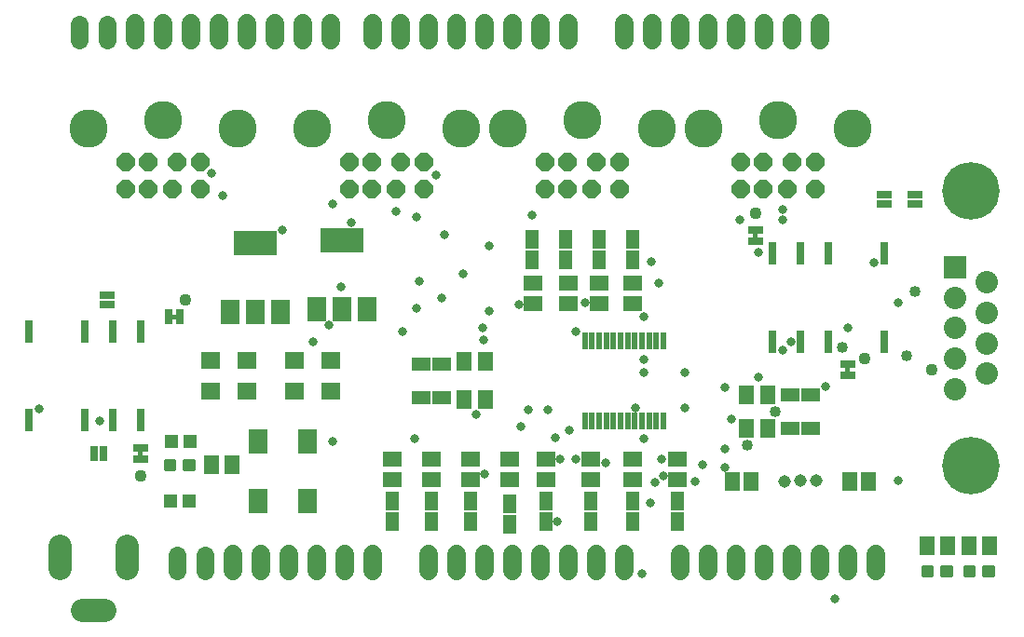
<source format=gts>
G75*
%MOIN*%
%OFA0B0*%
%FSLAX25Y25*%
%IPPOS*%
%LPD*%
%AMOC8*
5,1,8,0,0,1.08239X$1,22.5*
%
%ADD10R,0.06600X0.05600*%
%ADD11R,0.06899X0.06112*%
%ADD12R,0.05600X0.06600*%
%ADD13R,0.06899X0.08868*%
%ADD14R,0.06500X0.08500*%
%ADD15R,0.15600X0.08500*%
%ADD16R,0.04537X0.06506*%
%ADD17R,0.06506X0.04537*%
%ADD18R,0.01970X0.06100*%
%ADD19C,0.08474*%
%ADD20C,0.01361*%
%ADD21R,0.05718X0.06899*%
%ADD22R,0.04931X0.04537*%
%ADD23C,0.06506*%
%ADD24C,0.06200*%
%ADD25R,0.05718X0.06506*%
%ADD26C,0.04500*%
%ADD27R,0.08000X0.08000*%
%ADD28C,0.08000*%
%ADD29C,0.20600*%
%ADD30R,0.03100X0.08474*%
%ADD31R,0.05600X0.03100*%
%ADD32C,0.00500*%
%ADD33R,0.03100X0.05600*%
%ADD34OC8,0.06506*%
%ADD35C,0.13694*%
%ADD36C,0.03300*%
%ADD37C,0.04362*%
%ADD38C,0.04000*%
D10*
X0201595Y0064400D03*
X0201595Y0071900D03*
X0215595Y0071900D03*
X0215595Y0064400D03*
X0229595Y0064400D03*
X0229595Y0071900D03*
X0243595Y0071900D03*
X0243595Y0064400D03*
X0256595Y0064400D03*
X0256595Y0071900D03*
X0272595Y0071900D03*
X0272595Y0064400D03*
X0287595Y0064400D03*
X0287595Y0071900D03*
X0303595Y0071900D03*
X0303595Y0064400D03*
X0287595Y0127400D03*
X0275595Y0127400D03*
X0264595Y0127400D03*
X0264595Y0134900D03*
X0275595Y0134900D03*
X0287595Y0134900D03*
X0252095Y0134900D03*
X0252095Y0127400D03*
D11*
X0179595Y0107162D03*
X0166595Y0107162D03*
X0166595Y0096138D03*
X0179595Y0096138D03*
X0149595Y0096138D03*
X0136595Y0096138D03*
X0136595Y0107162D03*
X0149595Y0107162D03*
D12*
X0227345Y0106650D03*
X0234845Y0106650D03*
X0234845Y0093150D03*
X0227345Y0093150D03*
X0328345Y0094650D03*
X0335845Y0094650D03*
X0335845Y0082650D03*
X0328345Y0082650D03*
D13*
X0171453Y0078150D03*
X0153737Y0078150D03*
X0153737Y0056650D03*
X0171453Y0056650D03*
D14*
X0161695Y0124250D03*
X0152695Y0124250D03*
X0143695Y0124250D03*
X0174695Y0125250D03*
X0183695Y0125250D03*
X0192695Y0125250D03*
D15*
X0183595Y0150050D03*
X0152595Y0149050D03*
D16*
X0251595Y0150351D03*
X0251595Y0142949D03*
X0263595Y0142949D03*
X0263595Y0150351D03*
X0275595Y0150351D03*
X0275595Y0142949D03*
X0287595Y0142949D03*
X0287595Y0150351D03*
X0287595Y0056851D03*
X0287595Y0049449D03*
X0272595Y0049449D03*
X0272595Y0056851D03*
X0256595Y0056851D03*
X0256595Y0049449D03*
X0243595Y0048449D03*
X0243595Y0055851D03*
X0229595Y0056851D03*
X0229595Y0049449D03*
X0215595Y0049449D03*
X0215595Y0056851D03*
X0201595Y0056851D03*
X0201595Y0049449D03*
X0303595Y0049449D03*
X0303595Y0056851D03*
D17*
X0343894Y0082650D03*
X0351296Y0082650D03*
X0351296Y0094650D03*
X0343894Y0094650D03*
X0219296Y0093650D03*
X0211894Y0093650D03*
X0211894Y0105650D03*
X0219296Y0105650D03*
D18*
X0270520Y0114044D03*
X0273079Y0114044D03*
X0275638Y0114044D03*
X0278198Y0114044D03*
X0280757Y0114044D03*
X0283316Y0114044D03*
X0285875Y0114044D03*
X0288434Y0114044D03*
X0290993Y0114044D03*
X0293552Y0114044D03*
X0296111Y0114044D03*
X0298670Y0114044D03*
X0298670Y0085256D03*
X0296111Y0085256D03*
X0293552Y0085256D03*
X0290993Y0085256D03*
X0288434Y0085256D03*
X0285875Y0085256D03*
X0283316Y0085256D03*
X0280757Y0085256D03*
X0278198Y0085256D03*
X0275638Y0085256D03*
X0273079Y0085256D03*
X0270520Y0085256D03*
D19*
X0082784Y0040587D02*
X0082784Y0032713D01*
X0090658Y0017752D02*
X0098532Y0017752D01*
X0106800Y0032713D02*
X0106800Y0040587D01*
D20*
X0120554Y0068062D02*
X0120554Y0071238D01*
X0123730Y0071238D01*
X0123730Y0068062D01*
X0120554Y0068062D01*
X0120554Y0069422D02*
X0123730Y0069422D01*
X0123730Y0070782D02*
X0120554Y0070782D01*
X0127460Y0071238D02*
X0127460Y0068062D01*
X0127460Y0071238D02*
X0130636Y0071238D01*
X0130636Y0068062D01*
X0127460Y0068062D01*
X0127460Y0069422D02*
X0130636Y0069422D01*
X0130636Y0070782D02*
X0127460Y0070782D01*
X0394730Y0033238D02*
X0394730Y0030062D01*
X0391554Y0030062D01*
X0391554Y0033238D01*
X0394730Y0033238D01*
X0394730Y0031422D02*
X0391554Y0031422D01*
X0391554Y0032782D02*
X0394730Y0032782D01*
X0401636Y0033238D02*
X0401636Y0030062D01*
X0398460Y0030062D01*
X0398460Y0033238D01*
X0401636Y0033238D01*
X0401636Y0031422D02*
X0398460Y0031422D01*
X0398460Y0032782D02*
X0401636Y0032782D01*
X0406554Y0033238D02*
X0406554Y0030062D01*
X0406554Y0033238D02*
X0409730Y0033238D01*
X0409730Y0030062D01*
X0406554Y0030062D01*
X0406554Y0031422D02*
X0409730Y0031422D01*
X0409730Y0032782D02*
X0406554Y0032782D01*
X0413460Y0033238D02*
X0413460Y0030062D01*
X0413460Y0033238D02*
X0416636Y0033238D01*
X0416636Y0030062D01*
X0413460Y0030062D01*
X0413460Y0031422D02*
X0416636Y0031422D01*
X0416636Y0032782D02*
X0413460Y0032782D01*
D21*
X0415335Y0040650D03*
X0407855Y0040650D03*
X0400335Y0040650D03*
X0392855Y0040650D03*
X0144335Y0069650D03*
X0136855Y0069650D03*
D22*
X0129442Y0078150D03*
X0122749Y0078150D03*
X0122249Y0056650D03*
X0128942Y0056650D03*
D23*
X0144595Y0037603D02*
X0144595Y0031697D01*
X0154595Y0031697D02*
X0154595Y0037603D01*
X0164595Y0037603D02*
X0164595Y0031697D01*
X0174595Y0031697D02*
X0174595Y0037603D01*
X0184595Y0037603D02*
X0184595Y0031697D01*
X0194595Y0031697D02*
X0194595Y0037603D01*
X0214595Y0037603D02*
X0214595Y0031697D01*
X0224595Y0031697D02*
X0224595Y0037603D01*
X0234595Y0037603D02*
X0234595Y0031697D01*
X0244595Y0031697D02*
X0244595Y0037603D01*
X0254595Y0037603D02*
X0254595Y0031697D01*
X0264595Y0031697D02*
X0264595Y0037603D01*
X0274595Y0037603D02*
X0274595Y0031697D01*
X0284595Y0031697D02*
X0284595Y0037603D01*
X0304595Y0037603D02*
X0304595Y0031697D01*
X0314595Y0031697D02*
X0314595Y0037603D01*
X0324595Y0037603D02*
X0324595Y0031697D01*
X0334595Y0031697D02*
X0334595Y0037603D01*
X0344595Y0037603D02*
X0344595Y0031697D01*
X0354595Y0031697D02*
X0354595Y0037603D01*
X0364595Y0037603D02*
X0364595Y0031697D01*
X0374595Y0031697D02*
X0374595Y0037603D01*
X0354595Y0221697D02*
X0354595Y0227603D01*
X0344595Y0227603D02*
X0344595Y0221697D01*
X0334595Y0221697D02*
X0334595Y0227603D01*
X0324595Y0227603D02*
X0324595Y0221697D01*
X0314595Y0221697D02*
X0314595Y0227603D01*
X0304595Y0227603D02*
X0304595Y0221697D01*
X0294595Y0221697D02*
X0294595Y0227603D01*
X0284595Y0227603D02*
X0284595Y0221697D01*
X0264595Y0221697D02*
X0264595Y0227603D01*
X0254595Y0227603D02*
X0254595Y0221697D01*
X0244595Y0221697D02*
X0244595Y0227603D01*
X0234595Y0227603D02*
X0234595Y0221697D01*
X0224595Y0221697D02*
X0224595Y0227603D01*
X0214595Y0227603D02*
X0214595Y0221697D01*
X0204595Y0221697D02*
X0204595Y0227603D01*
X0194595Y0227603D02*
X0194595Y0221697D01*
X0179595Y0221697D02*
X0179595Y0227603D01*
X0169595Y0227603D02*
X0169595Y0221697D01*
X0159595Y0221697D02*
X0159595Y0227603D01*
X0149595Y0227603D02*
X0149595Y0221697D01*
X0139595Y0221697D02*
X0139595Y0227603D01*
X0129595Y0227603D02*
X0129595Y0221697D01*
X0119595Y0221697D02*
X0119595Y0227603D01*
X0109595Y0227603D02*
X0109595Y0221697D01*
X0109595Y0227603D01*
D24*
X0099595Y0227450D02*
X0099595Y0221850D01*
X0089595Y0221850D02*
X0089595Y0227450D01*
X0124595Y0037450D02*
X0124595Y0031850D01*
X0134595Y0031850D02*
X0134595Y0037450D01*
D25*
X0323249Y0063650D03*
X0329942Y0063650D03*
X0365249Y0063650D03*
X0371942Y0063650D03*
D26*
X0353395Y0063950D03*
X0347795Y0063950D03*
X0342095Y0063850D03*
D27*
X0403005Y0140461D03*
D28*
X0414186Y0134989D03*
X0403005Y0129556D03*
X0414186Y0124083D03*
X0403005Y0118650D03*
X0414186Y0113217D03*
X0403005Y0107744D03*
X0414186Y0102311D03*
X0403005Y0096839D03*
D29*
X0408595Y0069437D03*
X0408595Y0167863D03*
D30*
X0377595Y0145398D03*
X0357595Y0145398D03*
X0347595Y0145398D03*
X0337595Y0145398D03*
X0337595Y0113902D03*
X0347595Y0113902D03*
X0357595Y0113902D03*
X0377595Y0113902D03*
X0111595Y0117398D03*
X0101595Y0117398D03*
X0091595Y0117398D03*
X0071595Y0117398D03*
X0071595Y0085902D03*
X0091595Y0085902D03*
X0101595Y0085902D03*
X0111595Y0085902D03*
D31*
X0111595Y0075650D03*
X0111595Y0071650D03*
X0099595Y0127050D03*
X0099595Y0130250D03*
X0331595Y0149650D03*
X0331595Y0153650D03*
X0377595Y0163050D03*
X0377595Y0166250D03*
X0388595Y0166250D03*
X0388595Y0163050D03*
X0364595Y0105650D03*
X0364595Y0101650D03*
D32*
X0365095Y0102900D02*
X0364095Y0102900D01*
X0364095Y0104400D01*
X0365095Y0104400D01*
X0365095Y0102900D01*
X0365095Y0103317D02*
X0364095Y0103317D01*
X0364095Y0103815D02*
X0365095Y0103815D01*
X0365095Y0104314D02*
X0364095Y0104314D01*
X0332095Y0150900D02*
X0331095Y0150900D01*
X0331095Y0152400D01*
X0332095Y0152400D01*
X0332095Y0150900D01*
X0332095Y0151174D02*
X0331095Y0151174D01*
X0331095Y0151672D02*
X0332095Y0151672D01*
X0332095Y0152171D02*
X0331095Y0152171D01*
X0124345Y0123150D02*
X0124345Y0122150D01*
X0122845Y0122150D01*
X0122845Y0123150D01*
X0124345Y0123150D01*
X0124345Y0122758D02*
X0122845Y0122758D01*
X0122845Y0122260D02*
X0124345Y0122260D01*
X0112095Y0074400D02*
X0111095Y0074400D01*
X0111095Y0072900D01*
X0112095Y0072900D01*
X0112095Y0074400D01*
X0112095Y0073904D02*
X0111095Y0073904D01*
X0111095Y0073406D02*
X0112095Y0073406D01*
X0112095Y0072907D02*
X0111095Y0072907D01*
D33*
X0098195Y0073650D03*
X0094995Y0073650D03*
X0121595Y0122650D03*
X0125595Y0122650D03*
D34*
X0123138Y0168343D03*
X0114477Y0168343D03*
X0106209Y0168343D03*
X0106209Y0178185D03*
X0114477Y0178185D03*
X0124713Y0178185D03*
X0132981Y0178185D03*
X0132981Y0168343D03*
X0186209Y0168343D03*
X0194477Y0168343D03*
X0203138Y0168343D03*
X0212981Y0168343D03*
X0212981Y0178185D03*
X0204713Y0178185D03*
X0194477Y0178185D03*
X0186209Y0178185D03*
X0256209Y0178185D03*
X0264477Y0178185D03*
X0274713Y0178185D03*
X0282981Y0178185D03*
X0282981Y0168343D03*
X0273138Y0168343D03*
X0264477Y0168343D03*
X0256209Y0168343D03*
X0326209Y0168343D03*
X0334477Y0168343D03*
X0343138Y0168343D03*
X0352981Y0168343D03*
X0352981Y0178185D03*
X0344713Y0178185D03*
X0334477Y0178185D03*
X0326209Y0178185D03*
D35*
X0313020Y0189996D03*
X0296170Y0189996D03*
X0269595Y0193146D03*
X0243020Y0189996D03*
X0226170Y0189996D03*
X0199595Y0193146D03*
X0173020Y0189996D03*
X0146170Y0189996D03*
X0119595Y0193146D03*
X0093020Y0189996D03*
X0339595Y0193146D03*
X0366170Y0189996D03*
D36*
X0341195Y0161050D03*
X0341195Y0157550D03*
X0326145Y0157550D03*
X0332795Y0145650D03*
X0297095Y0134800D03*
X0294295Y0142500D03*
X0270495Y0127800D03*
X0267345Y0117300D03*
X0247045Y0127100D03*
X0236195Y0124650D03*
X0234095Y0118700D03*
X0234445Y0114500D03*
X0219395Y0129550D03*
X0210295Y0125700D03*
X0205395Y0117300D03*
X0183345Y0133400D03*
X0179145Y0119750D03*
X0173195Y0113800D03*
X0211345Y0135500D03*
X0227095Y0137950D03*
X0236195Y0148100D03*
X0251595Y0158950D03*
X0220445Y0151950D03*
X0210295Y0158250D03*
X0202945Y0160350D03*
X0186845Y0156500D03*
X0180195Y0163150D03*
X0162345Y0153700D03*
X0140995Y0165950D03*
X0137145Y0174000D03*
X0217295Y0173300D03*
X0291495Y0122900D03*
X0291495Y0107500D03*
X0291495Y0102600D03*
X0306195Y0102600D03*
X0320545Y0097350D03*
X0332795Y0101200D03*
X0341195Y0110650D03*
X0344345Y0113800D03*
X0364595Y0118650D03*
X0382595Y0127650D03*
X0374095Y0142150D03*
X0356595Y0097900D03*
X0322995Y0086150D03*
X0320545Y0075300D03*
X0320545Y0068650D03*
X0312495Y0069700D03*
X0310045Y0063750D03*
X0298495Y0065850D03*
X0295695Y0063400D03*
X0293945Y0056050D03*
X0277845Y0070400D03*
X0267345Y0071800D03*
X0261745Y0071800D03*
X0259995Y0079500D03*
X0264895Y0081950D03*
X0257195Y0089300D03*
X0250195Y0089300D03*
X0247745Y0083350D03*
X0231645Y0087900D03*
X0209595Y0079150D03*
X0234795Y0066550D03*
X0260695Y0049400D03*
X0291145Y0030850D03*
X0298145Y0071800D03*
X0291495Y0079150D03*
X0288695Y0090000D03*
X0306195Y0090000D03*
X0382595Y0064150D03*
X0360095Y0021650D03*
X0180195Y0078100D03*
X0096895Y0085450D03*
X0075195Y0089650D03*
D37*
X0111595Y0065650D03*
X0127595Y0128650D03*
X0331595Y0159650D03*
X0370595Y0107650D03*
X0394595Y0103650D03*
D38*
X0385595Y0108650D03*
X0362595Y0111650D03*
X0388595Y0131650D03*
X0338595Y0088650D03*
X0328595Y0076650D03*
M02*

</source>
